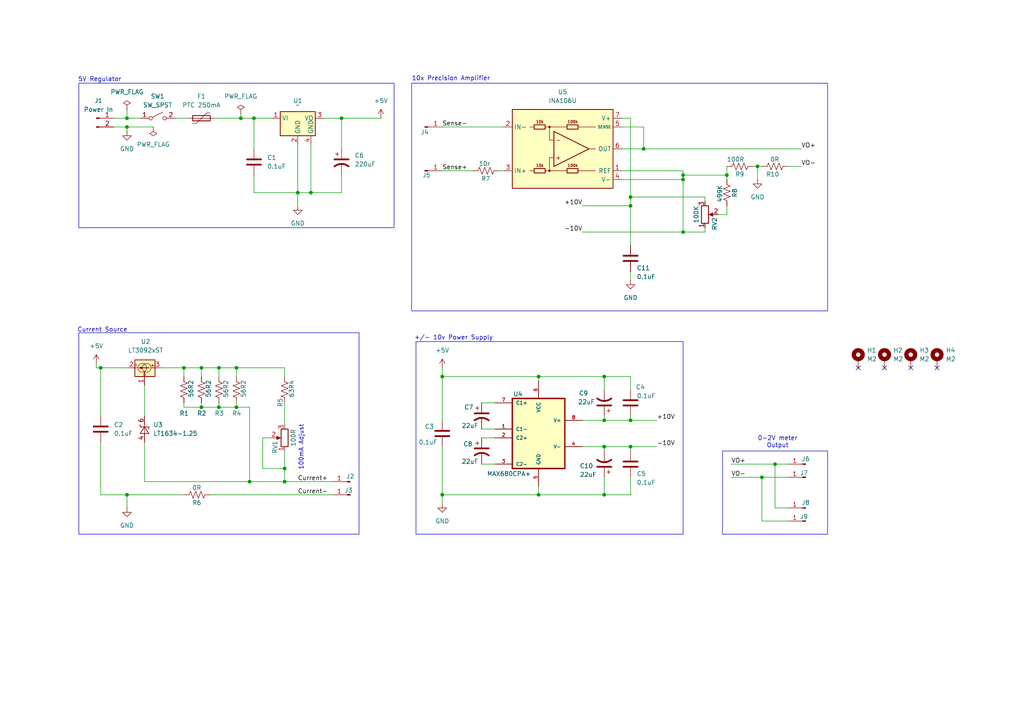
<source format=kicad_sch>
(kicad_sch (version 20231120) (generator "eeschema") (generator_version "8.0")
  (paper "A4")
  (lib_symbols
    (symbol "Connector:Conn_01x01_Pin" (pin_names (offset 1.016) hide)
      (property "Reference" "J" (at 0 2.54 0))
      (property "Value" "Conn_01x01_Pin" (at 0 -2.54 0))
      (symbol "Conn_01x01_Pin_1_1"
        (polyline (pts (xy 1.27 0) (xy 0.8636 0)) (stroke (width 0.1524)))
        (rectangle (start 0.8636 0.127) (end 0 -0.127) (stroke (width 0.1524)) (fill (type outline)))
        (pin passive line (at 5.08 0 180) (length 3.81) (name "Pin_1") (number "1"))
      )
    )
    (symbol "Connector:Conn_01x02_Pin" (pin_names (offset 1.016) hide)
      (property "Reference" "J" (at 0 2.54 0))
      (property "Value" "Conn_01x02_Pin" (at 0 -5.08 0))
      (symbol "Conn_01x02_Pin_1_1"
        (polyline (pts (xy 1.27 -2.54) (xy 0.8636 -2.54)) (stroke (width 0.1524)))
        (polyline (pts (xy 1.27 0) (xy 0.8636 0)) (stroke (width 0.1524)))
        (rectangle (start 0.8636 -2.413) (end 0 -2.667) (stroke (width 0.1524)) (fill (type outline)))
        (rectangle (start 0.8636 0.127) (end 0 -0.127) (stroke (width 0.1524)) (fill (type outline)))
        (pin passive line (at 5.08 0 180) (length 3.81) (name "Pin_1") (number "1"))
        (pin passive line (at 5.08 -2.54 180) (length 3.81) (name "Pin_2") (number "2"))
      )
    )
    (symbol "Custom:LM2940-5"
      (property "Reference" "U1" (at 0 6.35 0))
      (property "Value" "~" (at 0 5.08 0))
      (symbol "LM2940-5_1_1"
        (rectangle (start -5.08 3.175) (end 5.08 -3.81) (stroke (width 0.254)) (fill (type background)))
        (pin power_in line (at -7.62 1.27 0) (length 2.54) (name "VI") (number "1"))
        (pin power_in line (at 0 -6.35 90) (length 2.54) (name "GND") (number "2"))
        (pin power_out line (at 7.62 1.27 180) (length 2.54) (name "VO") (number "3"))
        (pin power_in line (at 3.81 -6.35 90) (length 2.54) (name "GND") (number "4"))
      )
    )
    (symbol "Device:C" (pin_numbers hide) (pin_names (offset 0.254))
      (property "Reference" "C" (at 0.635 2.54 0))
      (property "Value" "C" (at 0.635 -2.54 0))
      (symbol "C_0_1"
        (polyline (pts (xy -2.032 -0.762) (xy 2.032 -0.762)) (stroke (width 0.508)))
        (polyline (pts (xy -2.032 0.762) (xy 2.032 0.762)) (stroke (width 0.508)))
      )
      (symbol "C_1_1"
        (pin passive line (at 0 3.81 270) (length 2.794) (name "~") (number "1"))
        (pin passive line (at 0 -3.81 90) (length 2.794) (name "~") (number "2"))
      )
    )
    (symbol "Device:C_Polarized_US" (pin_numbers hide) (pin_names (offset 0.254) hide)
      (property "Reference" "C" (at 0.635 2.54 0))
      (property "Value" "C_Polarized_US" (at 0.635 -2.54 0))
      (symbol "C_Polarized_US_0_1"
        (polyline (pts (xy -2.032 0.762) (xy 2.032 0.762)) (stroke (width 0.508)))
        (polyline (pts (xy -1.778 2.286) (xy -0.762 2.286)))
        (polyline (pts (xy -1.27 1.778) (xy -1.27 2.794)))
        (arc (start 2.032 -1.27) (mid 0 -0.5572) (end -2.032 -1.27) (stroke (width 0.508)))
      )
      (symbol "C_Polarized_US_1_1"
        (pin passive line (at 0 3.81 270) (length 2.794) (name "~") (number "1"))
        (pin passive line (at 0 -3.81 90) (length 3.302) (name "~") (number "2"))
      )
    )
    (symbol "Device:Polyfuse" (pin_numbers hide) (pin_names (offset 0))
      (property "Reference" "F" (at -2.54 0 90))
      (property "Value" "Polyfuse" (at 2.54 0 90))
      (symbol "Polyfuse_0_1"
        (rectangle (start -0.762 2.54) (end 0.762 -2.54) (stroke (width 0.254)))
        (polyline (pts (xy 0 2.54) (xy 0 -2.54)))
        (polyline (pts (xy -1.524 2.54) (xy -1.524 1.524) (xy 1.524 -1.524) (xy 1.524 -2.54)))
      )
      (symbol "Polyfuse_1_1"
        (pin passive line (at 0 3.81 270) (length 1.27) (name "~") (number "1"))
        (pin passive line (at 0 -3.81 90) (length 1.27) (name "~") (number "2"))
      )
    )
    (symbol "Device:R_Potentiometer" (pin_names (offset 1.016) hide)
      (property "Reference" "RV" (at -4.445 0 90))
      (property "Value" "R_Potentiometer" (at -2.54 0 90))
      (symbol "R_Potentiometer_0_1"
        (polyline (pts (xy 2.54 0) (xy 1.524 0)))
        (polyline (pts (xy 1.143 0) (xy 2.286 0.508) (xy 2.286 -0.508) (xy 1.143 0)) (fill (type outline)))
        (rectangle (start 1.016 2.54) (end -1.016 -2.54) (stroke (width 0.254)))
      )
      (symbol "R_Potentiometer_1_1"
        (pin passive line (at 0 3.81 270) (length 1.27) (name "1") (number "1"))
        (pin passive line (at 3.81 0 180) (length 1.27) (name "2") (number "2"))
        (pin passive line (at 0 -3.81 90) (length 1.27) (name "3") (number "3"))
      )
    )
    (symbol "Device:R_US" (pin_numbers hide) (pin_names (offset 0))
      (property "Reference" "R" (at 2.54 0 90))
      (property "Value" "R_US" (at -2.54 0 90))
      (symbol "R_US_0_1"
        (polyline (pts (xy 0 -2.286) (xy 0 -2.54)))
        (polyline (pts (xy 0 2.286) (xy 0 2.54)))
        (polyline (pts (xy 0 -0.762) (xy 1.016 -1.143) (xy 0 -1.524) (xy -1.016 -1.905) (xy 0 -2.286)))
        (polyline (pts (xy 0 0.762) (xy 1.016 0.381) (xy 0 0) (xy -1.016 -0.381) (xy 0 -0.762)))
        (polyline (pts (xy 0 2.286) (xy 1.016 1.905) (xy 0 1.524) (xy -1.016 1.143) (xy 0 0.762)))
      )
      (symbol "R_US_1_1"
        (pin passive line (at 0 3.81 270) (length 1.27) (name "~") (number "1"))
        (pin passive line (at 0 -3.81 90) (length 1.27) (name "~") (number "2"))
      )
    )
    (symbol "MAX680CPA_:MAX680CPA_" (pin_names (offset 1.016))
      (property "Reference" "U4" (at -12.446 10.16 0))
      (property "Value" "MAX680CPA+" (at -20.066 -12.954 0))
      (symbol "MAX680CPA__0_0"
        (rectangle (start -12.7 8.89) (end 2.54 -11.43) (stroke (width 0.41)) (fill (type background)))
        (pin passive line (at -17.78 0 0) (length 5.08) (name "C1-") (number "1"))
        (pin passive line (at -17.78 -2.54 0) (length 5.08) (name "C2+") (number "2"))
        (pin passive line (at -17.78 -10.16 0) (length 5.08) (name "C2-") (number "3"))
        (pin power_in line (at -5.08 -16.51 90) (length 5.08) (name "GND") (number "5"))
        (pin power_in line (at -5.08 13.97 270) (length 5.08) (name "VCC") (number "6"))
        (pin passive line (at -17.78 7.62 0) (length 5.08) (name "C1+") (number "7"))
      )
      (symbol "MAX680CPA__1_0"
        (pin power_out line (at 7.62 -5.08 180) (length 5.08) (name "V-") (number "4"))
        (pin power_out line (at 7.62 2.54 180) (length 5.08) (name "V+") (number "8"))
      )
    )
    (symbol "Mechanical:MountingHole_Pad" (pin_numbers hide) (pin_names (offset 1.016) hide) (exclude_from_sim yes) (in_bom no)
      (property "Reference" "H" (at 0 6.35 0))
      (property "Value" "MountingHole_Pad" (at 0 4.445 0))
      (symbol "MountingHole_Pad_0_1"
        (circle (center 0 1.27) (radius 1.27) (stroke (width 1.27)))
      )
      (symbol "MountingHole_Pad_1_1"
        (pin input line (at 0 -2.54 90) (length 2.54) (name "1") (number "1"))
      )
    )
    (symbol "PCM_Amplifier_Difference_AKL:INA106U"
      (property "Reference" "U" (at 0 16.51 0))
      (property "Value" "INA106U" (at 0 13.97 0))
      (symbol "INA106U_0_0"
        (rectangle (start -15.24 11.43) (end 13.97 -11.43) (stroke (width 0.254)) (fill (type background)))
        (circle (center -4.445 -6.35) (radius 0.254) (stroke (width 0.1524)) (fill (type outline)))
        (circle (center -4.445 6.35) (radius 0.254) (stroke (width 0.1524)) (fill (type outline)))
        (polyline (pts (xy -8.89 -6.35) (xy -10.16 -6.35)) (stroke (width 0.1524)))
        (polyline (pts (xy -8.89 6.35) (xy -10.16 6.35)) (stroke (width 0.1524)))
        (polyline (pts (xy -4.445 6.35) (xy 0.635 6.35)) (stroke (width 0.1524)))
        (polyline (pts (xy 0.635 -6.35) (xy -4.445 -6.35)) (stroke (width 0.1524)))
        (polyline (pts (xy 3.81 -6.35) (xy 8.89 -6.35)) (stroke (width 0.1524)))
        (polyline (pts (xy 3.81 6.35) (xy 8.89 6.35)) (stroke (width 0.1524)))
        (polyline (pts (xy 8.89 0) (xy 6.985 0)) (stroke (width 0.1524)))
        (polyline (pts (xy -5.715 -6.35) (xy -4.445 -6.35) (xy -4.445 -2.54) (xy -3.175 -2.54)) (stroke (width 0.1524)))
        (polyline (pts (xy -3.175 2.54) (xy -4.445 2.54) (xy -4.445 6.35) (xy -5.715 6.35)) (stroke (width 0.1524)))
        (text "+" (at -1.905 -2.54 0) (effects (font (size 1.27 1.27))))
        (text "-" (at -1.905 2.54 0) (effects (font (size 1.27 1.27))))
        (text "100k" (at 2.286 -4.826 0) (effects (font (size 0.8 0.8))))
        (text "100k" (at 2.286 7.874 0) (effects (font (size 0.8 0.8))))
        (text "10k" (at -7.239 -4.826 0) (effects (font (size 0.8 0.8))))
        (text "10k" (at -7.239 7.874 0) (effects (font (size 0.8 0.8))))
      )
      (symbol "INA106U_0_1"
        (rectangle (start -8.89 -5.715) (end -5.715 -6.985) (stroke (width 0.254)))
        (rectangle (start -8.89 6.985) (end -5.715 5.715) (stroke (width 0.254)))
        (polyline (pts (xy -3.175 5.08) (xy -3.175 -5.08) (xy 6.985 0) (xy -3.175 5.08)) (stroke (width 0.254)))
        (rectangle (start 0.635 -5.715) (end 3.81 -6.985) (stroke (width 0.254)))
        (rectangle (start 0.635 6.985) (end 3.81 5.715) (stroke (width 0.254)))
      )
      (symbol "INA106U_1_1"
        (pin input line (at 16.51 -6.35 180) (length 2.54) (name "REF") (number "1"))
        (pin input line (at -17.78 6.35 0) (length 2.54) (name "IN-") (number "2"))
        (pin input line (at -17.78 -6.35 0) (length 2.54) (name "IN+") (number "3"))
        (pin power_in line (at 16.51 -8.89 180) (length 2.54) (name "V-") (number "4"))
        (pin input line (at 16.51 6.35 180) (length 2.54) (name "SENSE") (number "5"))
        (pin output line (at 16.51 0 180) (length 2.54) (name "OUT") (number "6"))
        (pin power_in line (at 16.51 8.89 180) (length 2.54) (name "V+") (number "7"))
        (pin no_connect line (at -10.16 0 0) (length 2.54) hide (name "NC") (number "8"))
      )
    )
    (symbol "Reference_Current:LT3092xST"
      (property "Reference" "U" (at 0.635 6.35 0))
      (property "Value" "LT3092xST" (at 0.635 4.445 0))
      (symbol "LT3092xST_0_1"
        (rectangle (start -2.286 3.048) (end 2.54 -2.794) (stroke (width 0.254)) (fill (type background)))
        (circle (center 0 -0.635) (radius 1.27))
        (polyline (pts (xy -1.143 -2.413) (xy -0.381 -2.413)))
        (polyline (pts (xy -1.016 2.413) (xy -0.254 2.413)))
        (polyline (pts (xy -0.635 2.794) (xy -0.635 2.032)))
        (polyline (pts (xy 0 -1.905) (xy 0 -3.175)))
        (polyline (pts (xy 0 1.397) (xy 0 -1.397)) (stroke (width 0.254)))
        (polyline (pts (xy 0 3.81) (xy 0 1.905)))
        (polyline (pts (xy 5.08 0) (xy 1.27 0)))
        (polyline (pts (xy 0 -1.397) (xy -0.254 -0.889) (xy 0.254 -0.889) (xy 0 -1.397)) (stroke (width 0.254)))
        (polyline (pts (xy 1.27 0) (xy 2.159 0.254) (xy 2.159 -0.254) (xy 1.27 0)))
        (circle (center 0 0.635) (radius 1.27))
      )
      (symbol "LT3092xST_1_1"
        (pin passive line (at 5.08 0 180) (length 2.54) (name "~") (number "1"))
        (pin passive line (at 0 -5.08 90) (length 2.54) (name "~") (number "2"))
        (pin passive line (at 0 5.08 270) (length 2.54) (name "~") (number "3"))
      )
    )
    (symbol "Reference_Voltage:LT1634xxS8-1.25" (pin_names hide)
      (property "Reference" "U3" (at 1.2701 -2.54 90))
      (property "Value" "LT1634-1.25" (at -1.2699 -2.54 90))
      (symbol "LT1634xxS8-1.25_1_1"
        (polyline (pts (xy -1.27 0) (xy 0 0) (xy 1.27 0)))
        (polyline (pts (xy -1.27 -1.27) (xy 0.635 0) (xy -1.27 1.27) (xy -1.27 -1.27)) (stroke (width 0.2032)))
        (polyline (pts (xy 0 -1.27) (xy 0.635 -1.27) (xy 0.635 1.27) (xy 1.27 1.27)) (stroke (width 0.2032)))
        (pin passive line (at -3.81 0 0) (length 2.54) (name "A") (number "4"))
        (pin passive line (at 3.81 0 180) (length 2.54) (name "K") (number "6"))
      )
    )
    (symbol "Switch:SW_SPST" (pin_names (offset 0) hide)
      (property "Reference" "SW" (at 0 3.175 0))
      (property "Value" "SW_SPST" (at 0 -2.54 0))
      (symbol "SW_SPST_0_0"
        (circle (center -2.032 0) (radius 0.508))
        (polyline (pts (xy -1.524 0.254) (xy 1.524 1.778)))
        (circle (center 2.032 0) (radius 0.508))
      )
      (symbol "SW_SPST_1_1"
        (pin passive line (at -5.08 0 0) (length 2.54) (name "A") (number "1"))
        (pin passive line (at 5.08 0 180) (length 2.54) (name "B") (number "2"))
      )
    )
    (symbol "power:+5V" (power) (pin_numbers hide) (pin_names (offset 0) hide)
      (property "Value" "+5V" (at 0 3.556 0))
      (symbol "+5V_0_1"
        (polyline (pts (xy -0.762 1.27) (xy 0 2.54)))
        (polyline (pts (xy 0 0) (xy 0 2.54)))
        (polyline (pts (xy 0 2.54) (xy 0.762 1.27)))
      )
      (symbol "+5V_1_1"
        (pin power_in line (at 0 0 90) (length 0) (name "~") (number "1"))
      )
    )
    (symbol "power:GND" (power) (pin_numbers hide) (pin_names (offset 0) hide)
      (property "Value" "GND" (at 0 -3.81 0))
      (symbol "GND_0_1"
        (polyline (pts (xy 0 0) (xy 0 -1.27) (xy 1.27 -1.27) (xy 0 -2.54) (xy -1.27 -1.27) (xy 0 -1.27)))
      )
      (symbol "GND_1_1"
        (pin power_in line (at 0 0 270) (length 0) (name "~") (number "1"))
      )
    )
    (symbol "power:PWR_FLAG" (power) (pin_numbers hide) (pin_names (offset 0) hide)
      (property "Value" "PWR_FLAG" (at 0 3.81 0))
      (symbol "PWR_FLAG_0_0"
        (pin power_out line (at 0 0 90) (length 0) (name "~") (number "1"))
      )
      (symbol "PWR_FLAG_0_1"
        (polyline (pts (xy 0 0) (xy 0 1.27) (xy -1.016 1.905) (xy 0 2.54) (xy 1.016 1.905) (xy 0 1.27)))
      )
    )
  )
  (junction (at 210.82 50.8))
  (junction (at 182.88 121.92))
  (junction (at 156.21 143.51))
  (junction (at 82.55 139.7))
  (junction (at 63.5 118.11))
  (junction (at 68.58 106.68))
  (junction (at 220.98 138.43))
  (junction (at 90.17 55.88))
  (junction (at 224.79 134.62))
  (junction (at 73.66 34.29))
  (junction (at 63.5 106.68))
  (junction (at 58.42 118.11))
  (junction (at 175.26 143.51))
  (junction (at 128.27 109.22))
  (junction (at 198.12 67.31))
  (junction (at 156.21 109.22))
  (junction (at 182.88 57.15))
  (junction (at 82.55 135.89))
  (junction (at 128.27 143.51))
  (junction (at 86.36 55.88))
  (junction (at 198.12 52.07))
  (junction (at 68.58 118.11))
  (junction (at 72.39 139.7))
  (junction (at 182.88 129.54))
  (junction (at 53.34 106.68))
  (junction (at 175.26 109.22))
  (junction (at 36.83 34.29))
  (junction (at 58.42 106.68))
  (junction (at 198.12 50.8))
  (junction (at 175.26 129.54))
  (junction (at 182.88 59.69))
  (junction (at 36.83 36.83))
  (junction (at 29.21 106.68))
  (junction (at 36.83 143.51))
  (junction (at 186.69 43.18))
  (junction (at 99.06 34.29))
  (junction (at 175.26 121.92))
  (junction (at 219.71 48.26))
  (junction (at 69.85 34.29))
  (no_connect (at 256.54 106.68))
  (no_connect (at 264.16 106.68))
  (no_connect (at 271.78 106.68))
  (no_connect (at 248.92 106.68))
  (wire (pts (xy 68.58 106.68) (xy 63.5 106.68)))
  (wire (pts (xy 182.88 34.29) (xy 182.88 57.15)))
  (wire (pts (xy 90.17 55.88) (xy 86.36 55.88)))
  (wire (pts (xy 175.26 129.54) (xy 182.88 129.54)))
  (wire (pts (xy 73.66 43.18) (xy 73.66 34.29)))
  (wire (pts (xy 72.39 118.11) (xy 72.39 139.7)))
  (wire (pts (xy 29.21 106.68) (xy 36.83 106.68)))
  (wire (pts (xy 204.47 66.04) (xy 204.47 67.31)))
  (wire (pts (xy 156.21 109.22) (xy 175.26 109.22)))
  (wire (pts (xy 73.66 34.29) (xy 78.74 34.29)))
  (wire (pts (xy 180.34 43.18) (xy 186.69 43.18)))
  (wire (pts (xy 219.71 48.26) (xy 218.44 48.26)))
  (wire (pts (xy 182.88 113.03) (xy 182.88 109.22)))
  (wire (pts (xy 128.27 109.22) (xy 128.27 121.92)))
  (wire (pts (xy 76.2 127) (xy 76.2 135.89)))
  (wire (pts (xy 82.55 139.7) (xy 96.52 139.7)))
  (wire (pts (xy 76.2 135.89) (xy 82.55 135.89)))
  (wire (pts (xy 63.5 116.84) (xy 63.5 118.11)))
  (wire (pts (xy 58.42 106.68) (xy 53.34 106.68)))
  (wire (pts (xy 175.26 121.92) (xy 182.88 121.92)))
  (wire (pts (xy 99.06 34.29) (xy 99.06 43.18)))
  (wire (pts (xy 180.34 36.83) (xy 186.69 36.83)))
  (wire (pts (xy 29.21 106.68) (xy 29.21 120.65)))
  (wire (pts (xy 53.34 116.84) (xy 53.34 118.11)))
  (wire (pts (xy 210.82 50.8) (xy 198.12 50.8)))
  (wire (pts (xy 168.91 129.54) (xy 175.26 129.54)))
  (wire (pts (xy 82.55 109.22) (xy 82.55 106.68)))
  (wire (pts (xy 156.21 143.51) (xy 175.26 143.51)))
  (wire (pts (xy 182.88 138.43) (xy 182.88 143.51)))
  (wire (pts (xy 182.88 120.65) (xy 182.88 121.92)))
  (wire (pts (xy 175.26 138.43) (xy 175.26 143.51)))
  (wire (pts (xy 198.12 49.53) (xy 198.12 50.8)))
  (wire (pts (xy 63.5 109.22) (xy 63.5 106.68)))
  (wire (pts (xy 182.88 121.92) (xy 190.5 121.92)))
  (wire (pts (xy 182.88 78.74) (xy 182.88 81.28)))
  (wire (pts (xy 186.69 43.18) (xy 232.41 43.18)))
  (wire (pts (xy 175.26 129.54) (xy 175.26 130.81)))
  (wire (pts (xy 63.5 106.68) (xy 58.42 106.68)))
  (wire (pts (xy 33.02 34.29) (xy 36.83 34.29)))
  (wire (pts (xy 219.71 52.07) (xy 219.71 48.26)))
  (wire (pts (xy 212.09 138.43) (xy 220.98 138.43)))
  (wire (pts (xy 53.34 118.11) (xy 58.42 118.11)))
  (wire (pts (xy 41.91 128.27) (xy 41.91 139.7)))
  (wire (pts (xy 139.7 127) (xy 143.51 127)))
  (wire (pts (xy 182.88 109.22) (xy 175.26 109.22)))
  (wire (pts (xy 27.94 105.41) (xy 27.94 106.68)))
  (wire (pts (xy 46.99 106.68) (xy 53.34 106.68)))
  (wire (pts (xy 210.82 62.23) (xy 208.28 62.23)))
  (wire (pts (xy 50.8 34.29) (xy 54.61 34.29)))
  (wire (pts (xy 86.36 55.88) (xy 73.66 55.88)))
  (wire (pts (xy 68.58 118.11) (xy 72.39 118.11)))
  (wire (pts (xy 228.6 147.32) (xy 224.79 147.32)))
  (wire (pts (xy 219.71 48.26) (xy 220.98 48.26)))
  (wire (pts (xy 82.55 135.89) (xy 82.55 130.81)))
  (wire (pts (xy 175.26 109.22) (xy 175.26 113.03)))
  (wire (pts (xy 86.36 55.88) (xy 86.36 59.69)))
  (wire (pts (xy 139.7 134.62) (xy 143.51 134.62)))
  (wire (pts (xy 82.55 135.89) (xy 82.55 139.7)))
  (wire (pts (xy 72.39 139.7) (xy 82.55 139.7)))
  (wire (pts (xy 41.91 139.7) (xy 72.39 139.7)))
  (wire (pts (xy 58.42 116.84) (xy 58.42 118.11)))
  (wire (pts (xy 224.79 134.62) (xy 228.6 134.62)))
  (wire (pts (xy 69.85 33.02) (xy 69.85 34.29)))
  (wire (pts (xy 99.06 50.8) (xy 99.06 55.88)))
  (wire (pts (xy 180.34 34.29) (xy 182.88 34.29)))
  (wire (pts (xy 99.06 55.88) (xy 90.17 55.88)))
  (wire (pts (xy 36.83 36.83) (xy 36.83 38.1)))
  (wire (pts (xy 180.34 49.53) (xy 198.12 49.53)))
  (wire (pts (xy 78.74 127) (xy 76.2 127)))
  (wire (pts (xy 99.06 34.29) (xy 110.49 34.29)))
  (wire (pts (xy 29.21 128.27) (xy 29.21 143.51)))
  (wire (pts (xy 182.88 129.54) (xy 182.88 130.81)))
  (wire (pts (xy 86.36 41.91) (xy 86.36 55.88)))
  (wire (pts (xy 62.23 34.29) (xy 69.85 34.29)))
  (wire (pts (xy 69.85 34.29) (xy 73.66 34.29)))
  (wire (pts (xy 204.47 58.42) (xy 204.47 57.15)))
  (wire (pts (xy 210.82 48.26) (xy 210.82 50.8)))
  (wire (pts (xy 228.6 48.26) (xy 232.41 48.26)))
  (wire (pts (xy 36.83 143.51) (xy 53.34 143.51)))
  (wire (pts (xy 139.7 116.84) (xy 143.51 116.84)))
  (wire (pts (xy 204.47 57.15) (xy 182.88 57.15)))
  (wire (pts (xy 156.21 109.22) (xy 156.21 110.49)))
  (wire (pts (xy 198.12 50.8) (xy 198.12 52.07)))
  (wire (pts (xy 27.94 106.68) (xy 29.21 106.68)))
  (wire (pts (xy 60.96 143.51) (xy 96.52 143.51)))
  (wire (pts (xy 128.27 129.54) (xy 128.27 143.51)))
  (wire (pts (xy 68.58 109.22) (xy 68.58 106.68)))
  (wire (pts (xy 210.82 59.69) (xy 210.82 62.23)))
  (wire (pts (xy 68.58 116.84) (xy 68.58 118.11)))
  (wire (pts (xy 33.02 36.83) (xy 36.83 36.83)))
  (wire (pts (xy 198.12 67.31) (xy 204.47 67.31)))
  (wire (pts (xy 128.27 109.22) (xy 156.21 109.22)))
  (wire (pts (xy 93.98 34.29) (xy 99.06 34.29)))
  (wire (pts (xy 220.98 151.13) (xy 220.98 138.43)))
  (wire (pts (xy 139.7 124.46) (xy 143.51 124.46)))
  (wire (pts (xy 212.09 134.62) (xy 224.79 134.62)))
  (wire (pts (xy 36.83 36.83) (xy 44.45 36.83)))
  (wire (pts (xy 128.27 49.53) (xy 137.16 49.53)))
  (wire (pts (xy 182.88 143.51) (xy 175.26 143.51)))
  (wire (pts (xy 29.21 143.51) (xy 36.83 143.51)))
  (wire (pts (xy 182.88 57.15) (xy 182.88 59.69)))
  (wire (pts (xy 182.88 129.54) (xy 190.5 129.54)))
  (wire (pts (xy 210.82 52.07) (xy 210.82 50.8)))
  (wire (pts (xy 58.42 109.22) (xy 58.42 106.68)))
  (wire (pts (xy 182.88 59.69) (xy 182.88 71.12)))
  (wire (pts (xy 224.79 147.32) (xy 224.79 134.62)))
  (wire (pts (xy 36.83 147.32) (xy 36.83 143.51)))
  (wire (pts (xy 156.21 140.97) (xy 156.21 143.51)))
  (wire (pts (xy 68.58 106.68) (xy 82.55 106.68)))
  (wire (pts (xy 168.91 59.69) (xy 182.88 59.69)))
  (wire (pts (xy 63.5 118.11) (xy 68.58 118.11)))
  (wire (pts (xy 128.27 36.83) (xy 146.05 36.83)))
  (wire (pts (xy 90.17 41.91) (xy 90.17 55.88)))
  (wire (pts (xy 128.27 106.68) (xy 128.27 109.22)))
  (wire (pts (xy 41.91 111.76) (xy 41.91 120.65)))
  (wire (pts (xy 168.91 67.31) (xy 198.12 67.31)))
  (wire (pts (xy 168.91 121.92) (xy 175.26 121.92)))
  (wire (pts (xy 73.66 55.88) (xy 73.66 50.8)))
  (wire (pts (xy 53.34 106.68) (xy 53.34 109.22)))
  (wire (pts (xy 82.55 116.84) (xy 82.55 123.19)))
  (wire (pts (xy 144.78 49.53) (xy 146.05 49.53)))
  (wire (pts (xy 180.34 52.07) (xy 198.12 52.07)))
  (wire (pts (xy 198.12 52.07) (xy 198.12 67.31)))
  (wire (pts (xy 128.27 146.05) (xy 128.27 143.51)))
  (wire (pts (xy 175.26 120.65) (xy 175.26 121.92)))
  (wire (pts (xy 220.98 138.43) (xy 228.6 138.43)))
  (wire (pts (xy 186.69 36.83) (xy 186.69 43.18)))
  (wire (pts (xy 58.42 118.11) (xy 63.5 118.11)))
  (wire (pts (xy 36.83 34.29) (xy 40.64 34.29)))
  (wire (pts (xy 228.6 151.13) (xy 220.98 151.13)))
  (wire (pts (xy 128.27 143.51) (xy 156.21 143.51)))
  (wire (pts (xy 36.83 31.75) (xy 36.83 34.29)))
  (rectangle (start 119.38 24.13) (end 240.03 90.17))
  (rectangle (start 120.65 99.06) (end 198.12 154.94))
  (rectangle (start 209.55 130.81) (end 240.03 154.94))
  (rectangle (start 22.86 24.13) (end 114.3 66.04))
  (rectangle (start 22.86 96.52) (end 104.14 154.94))
  (text "0-2V meter\nOutput\n" (at 225.552 128.27 0) (effects (font (size 1.27 1.27))))
  (text "100mA Adjust\n" (at 87.376 129.794 90) (effects (font (size 1.27 1.27))))
  (text "Current Source" (at 29.718 95.758 0) (effects (font (size 1.27 1.27))))
  (text "10x Precision Amplifier" (at 130.81 22.86 0) (effects (font (size 1.27 1.27))))
  (text "+/- 10v Power Supply\n" (at 131.572 98.044 0) (effects (font (size 1.27 1.27))))
  (text "5V Regulator" (at 28.956 23.114 0) (effects (font (size 1.27 1.27))))
  (label "-10V" (at 190.5 129.54 0))
  (label "Sense+" (at 128.27 49.53 0))
  (label "Current-" (at 86.36 143.51 0))
  (label "VO+" (at 232.41 43.18 0))
  (label "Current+" (at 86.36 139.7 0))
  (label "+10V" (at 190.5 121.92 0))
  (label "Sense-" (at 128.27 36.83 0))
  (label "VO-" (at 212.09 138.43 0))
  (label "-10V" (at 168.91 67.31 180))
  (label "+10V" (at 168.91 59.69 180))
  (label "VO+" (at 212.09 134.62 0))
  (label "VO-" (at 232.41 48.26 0))
  (symbol (lib_id "Device:R_US") (at 58.42 113.03 0) (unit 1)
    (property "Reference" "R2" (at 57.15 119.888 0) (effects (justify left)))
    (property "Value" "56R2" (at 60.452 115.316 90) (effects (justify left)))
    (property "Footprint" "PCM_Resistor_SMD_AKL:R_1206_3216Metric_Pad1.42x1.75mm_HandSolder" (effects (hide yes)))
    (property "Description" "Resistor, US symbol" (effects (hide yes)))
  )
  (symbol (lib_id "power:PWR_FLAG") (at 69.85 33.02 0) (unit 1)
    (property "Reference" "#FLG02" (effects (hide yes)))
    (property "Value" "PWR_FLAG" (at 69.85 27.94 0))
    (property "Description" "Special symbol for telling ERC where power comes from" (effects (hide yes)))
  )
  (symbol (lib_id "Connector:Conn_01x01_Pin") (at 101.6 143.51 180) (unit 1)
    (property "Reference" "J3" (at 101.092 142.24 0))
    (property "Value" "Conn_01x01_Pin" (effects (hide yes)))
    (property "Footprint" "Connector_Wire:SolderWire-0.5sqmm_1x01_D0.9mm_OD2.1mm" (effects (hide yes)))
    (property "Description" "Generic connector, single row, 01x01, script generated" (effects (hide yes)))
  )
  (symbol (lib_id "Device:C") (at 128.27 125.73 180) (unit 1)
    (property "Reference" "C3" (at 123.19 123.698 0) (effects (justify right)))
    (property "Value" "0.1uF" (at 121.412 128.27 0) (effects (justify right)))
    (property "Footprint" "Capacitor_SMD:C_1206_3216Metric_Pad1.33x1.80mm_HandSolder" (effects (hide yes)))
    (property "Description" "Unpolarized capacitor" (effects (hide yes)))
  )
  (symbol (lib_id "power:GND") (at 36.83 147.32 0) (unit 1)
    (property "Reference" "#PWR04" (effects (hide yes)))
    (property "Value" "GND" (at 36.83 152.4 0))
    (property "Description" "Power symbol creates a global label with name \"GND\" , ground" (effects (hide yes)))
  )
  (symbol (lib_id "Connector:Conn_01x01_Pin") (at 233.68 151.13 180) (unit 1)
    (property "Reference" "J9" (at 233.172 149.86 0))
    (property "Value" "Conn_01x01_Pin" (effects (hide yes)))
    (property "Footprint" "Connector_Wire:SolderWire-0.5sqmm_1x01_D0.9mm_OD2.1mm" (effects (hide yes)))
    (property "Description" "Generic connector, single row, 01x01, script generated" (effects (hide yes)))
  )
  (symbol (lib_id "Device:C") (at 182.88 116.84 0) (unit 1)
    (property "Reference" "C4" (at 184.404 112.268 0) (effects (justify left)))
    (property "Value" "0.1uF" (at 184.658 114.808 0) (effects (justify left)))
    (property "Footprint" "Capacitor_SMD:C_1206_3216Metric_Pad1.33x1.80mm_HandSolder" (effects (hide yes)))
    (property "Description" "Unpolarized capacitor" (effects (hide yes)))
  )
  (symbol (lib_id "Connector:Conn_01x01_Pin") (at 233.68 134.62 180) (unit 1)
    (property "Reference" "J6" (at 233.68 133.096 0))
    (property "Value" "Conn_01x01_Pin" (effects (hide yes)))
    (property "Footprint" "Connector_Wire:SolderWire-0.5sqmm_1x01_D0.9mm_OD2.1mm" (effects (hide yes)))
    (property "Description" "Generic connector, single row, 01x01, script generated" (effects (hide yes)))
  )
  (symbol (lib_id "Device:C") (at 29.21 124.46 0) (unit 1)
    (property "Reference" "C2" (at 33.02 123.1899 0) (effects (justify left)))
    (property "Value" "0.1uF" (at 33.02 125.7299 0) (effects (justify left)))
    (property "Footprint" "Capacitor_SMD:C_1206_3216Metric_Pad1.33x1.80mm_HandSolder" (effects (hide yes)))
    (property "Description" "Unpolarized capacitor" (effects (hide yes)))
  )
  (symbol (lib_id "Custom:LM2940-5") (at 86.36 35.56 0) (unit 1)
    (property "Reference" "U1" (at 86.36 29.21 0))
    (property "Value" "~" (at 86.36 30.48 0))
    (property "Footprint" "Package_TO_SOT_SMD:SOT-223" (effects (hide yes)))
  )
  (symbol (lib_id "Device:C_Polarized_US") (at 175.26 116.84 180) (unit 1)
    (property "Reference" "C9" (at 167.894 114.046 0) (effects (justify right)))
    (property "Value" "22uF" (at 167.64 116.586 0) (effects (justify right)))
    (property "Footprint" "Capacitor_THT:CP_Radial_Tantal_D5.5mm_P2.50mm" (effects (hide yes)))
    (property "Description" "Polarized capacitor, US symbol" (effects (hide yes)))
  )
  (symbol (lib_id "Device:R_US") (at 63.5 113.03 0) (unit 1)
    (property "Reference" "R3" (at 62.23 119.888 0) (effects (justify left)))
    (property "Value" "56R2" (at 65.532 115.316 90) (effects (justify left)))
    (property "Footprint" "PCM_Resistor_SMD_AKL:R_1206_3216Metric_Pad1.42x1.75mm_HandSolder" (effects (hide yes)))
    (property "Description" "Resistor, US symbol" (effects (hide yes)))
  )
  (symbol (lib_id "Mechanical:MountingHole_Pad") (at 264.16 104.14 0) (unit 1) (exclude_from_sim yes) (in_bom no)
    (property "Reference" "H3" (at 266.7 101.5999 0) (effects (justify left)))
    (property "Value" "M2" (at 266.7 104.1399 0) (effects (justify left)))
    (property "Footprint" "MountingHole:MountingHole_2.2mm_M2_Pad_Via" (effects (hide yes)))
    (property "Description" "Mounting Hole with connection" (effects (hide yes)))
  )
  (symbol (lib_id "MAX680CPA_:MAX680CPA_") (at 161.29 124.46 0) (unit 1)
    (property "Reference" "U4" (at 148.844 114.3 0) (effects (justify left)))
    (property "Value" "MAX680CPA+" (at 141.224 137.414 0) (effects (justify left)))
    (property "Footprint" "Package_SO:SOIC-8_3.9x4.9mm_P1.27mm" (effects (hide yes)))
  )
  (symbol (lib_id "Device:R_US") (at 210.82 55.88 180) (unit 1)
    (property "Reference" "R8" (at 213.106 54.61 90) (effects (justify left)))
    (property "Value" "499K" (at 208.788 53.594 90) (effects (justify left)))
    (property "Footprint" "PCM_Resistor_SMD_AKL:R_1206_3216Metric_Pad1.42x1.75mm_HandSolder" (effects (hide yes)))
    (property "Description" "Resistor, US symbol" (effects (hide yes)))
  )
  (symbol (lib_id "Reference_Voltage:LT1634xxS8-1.25") (at 41.91 124.46 90) (unit 1)
    (property "Reference" "U3" (at 44.45 123.1899 90) (effects (justify right)))
    (property "Value" "LT1634-1.25" (at 44.45 125.7299 90) (effects (justify right)))
    (property "Footprint" "Package_SO:SO-8_3.9x4.9mm_P1.27mm" (effects (hide yes)))
    (property "Datasheet" "https://www.analog.com/media/en/technical-documentation/data-sheets/1634ff.pdf" (effects (hide yes)))
    (property "Description" "1.25V Micropower Precision Shunt Voltage Reference, SO-8" (effects (hide yes)))
  )
  (symbol (lib_id "Device:R_US") (at 82.55 113.03 0) (unit 1)
    (property "Reference" "R5" (at 81.28 118.11 90) (effects (justify left)))
    (property "Value" "63R4" (at 84.582 115.316 90) (effects (justify left)))
    (property "Footprint" "PCM_Resistor_SMD_AKL:R_1206_3216Metric_Pad1.42x1.75mm_HandSolder" (effects (hide yes)))
    (property "Description" "Resistor, US symbol" (effects (hide yes)))
  )
  (symbol (lib_id "Device:R_US") (at 53.34 113.03 0) (unit 1)
    (property "Reference" "R1" (at 52.07 119.888 0) (effects (justify left)))
    (property "Value" "56R2" (at 55.372 115.316 90) (effects (justify left)))
    (property "Footprint" "PCM_Resistor_SMD_AKL:R_1206_3216Metric_Pad1.42x1.75mm_HandSolder" (effects (hide yes)))
    (property "Description" "Resistor, US symbol" (effects (hide yes)))
  )
  (symbol (lib_id "power:GND") (at 86.36 59.69 0) (unit 1)
    (property "Reference" "#PWR02" (effects (hide yes)))
    (property "Value" "GND" (at 86.36 64.77 0))
    (property "Description" "Power symbol creates a global label with name \"GND\" , ground" (effects (hide yes)))
  )
  (symbol (lib_id "Device:R_US") (at 140.97 49.53 90) (unit 1)
    (property "Reference" "R7" (at 142.24 51.816 90) (effects (justify left)))
    (property "Value" "10r" (at 142.24 47.498 90) (effects (justify left)))
    (property "Footprint" "PCM_Resistor_SMD_AKL:R_1206_3216Metric_Pad1.42x1.75mm_HandSolder" (effects (hide yes)))
    (property "Description" "Resistor, US symbol" (effects (hide yes)))
  )
  (symbol (lib_id "Reference_Current:LT3092xST") (at 41.91 106.68 270) (unit 1)
    (property "Reference" "U2" (at 42.2275 99.06 90))
    (property "Value" "LT3092xST" (at 42.2275 101.6 90))
    (property "Footprint" "Package_TO_SOT_SMD:SOT-223-3_TabPin2" (effects (hide yes)))
    (property "Datasheet" "https://www.analog.com/media/en/technical-documentation/data-sheets/3092fc.pdf" (effects (hide yes)))
    (property "Description" "200mA 2-Terminal Programmable Current Source, SOT-223" (effects (hide yes)))
  )
  (symbol (lib_id "Mechanical:MountingHole_Pad") (at 248.92 104.14 0) (unit 1) (exclude_from_sim yes) (in_bom no)
    (property "Reference" "H1" (at 251.46 101.5999 0) (effects (justify left)))
    (property "Value" "M2" (at 251.46 104.1399 0) (effects (justify left)))
    (property "Footprint" "MountingHole:MountingHole_2.2mm_M2_Pad_Via" (effects (hide yes)))
    (property "Description" "Mounting Hole with connection" (effects (hide yes)))
  )
  (symbol (lib_id "power:GND") (at 182.88 81.28 0) (unit 1)
    (property "Reference" "#PWR08" (effects (hide yes)))
    (property "Value" "GND" (at 182.88 86.36 0))
    (property "Description" "Power symbol creates a global label with name \"GND\" , ground" (effects (hide yes)))
  )
  (symbol (lib_id "Device:R_US") (at 224.79 48.26 90) (unit 1)
    (property "Reference" "R10" (at 226.06 50.546 90) (effects (justify left)))
    (property "Value" "0R" (at 226.06 46.228 90) (effects (justify left)))
    (property "Footprint" "PCM_Resistor_SMD_AKL:R_1206_3216Metric_Pad1.42x1.75mm_HandSolder" (effects (hide yes)))
    (property "Description" "Resistor, US symbol" (effects (hide yes)))
  )
  (symbol (lib_id "Device:R_US") (at 214.63 48.26 90) (unit 1)
    (property "Reference" "R9" (at 215.9 50.546 90) (effects (justify left)))
    (property "Value" "100R" (at 215.9 46.228 90) (effects (justify left)))
    (property "Footprint" "PCM_Resistor_SMD_AKL:R_1206_3216Metric_Pad1.42x1.75mm_HandSolder" (effects (hide yes)))
    (property "Description" "Resistor, US symbol" (effects (hide yes)))
  )
  (symbol (lib_id "Connector:Conn_01x02_Pin") (at 27.94 34.29 0) (unit 1)
    (property "Reference" "J1" (at 28.575 29.21 0))
    (property "Value" "Power In" (at 28.575 31.75 0))
    (property "Footprint" "Connector_Wire:SolderWire-0.5sqmm_1x02_P4.6mm_D0.9mm_OD2.1mm" (effects (hide yes)))
    (property "Description" "Generic connector, single row, 01x02, script generated" (effects (hide yes)))
  )
  (symbol (lib_id "power:+5V") (at 110.49 34.29 0) (unit 1)
    (property "Reference" "#PWR03" (effects (hide yes)))
    (property "Value" "+5V" (at 110.49 29.21 0))
    (property "Description" "Power symbol creates a global label with name \"+5V\"" (effects (hide yes)))
  )
  (symbol (lib_id "Device:R_Potentiometer") (at 204.47 62.23 0) (mirror x) (unit 1)
    (property "Reference" "RV2" (at 207.264 66.802 90) (effects (justify right)))
    (property "Value" "100K" (at 201.93 64.77 90) (effects (justify right)))
    (property "Footprint" "PCM_Potentiometer_THT_AKL:Potentiometer_Bourns_3296W_Vertical" (effects (hide yes)))
    (property "Description" "Potentiometer" (effects (hide yes)))
  )
  (symbol (lib_id "Mechanical:MountingHole_Pad") (at 271.78 104.14 0) (unit 1) (exclude_from_sim yes) (in_bom no)
    (property "Reference" "H4" (at 274.32 101.5999 0) (effects (justify left)))
    (property "Value" "M2" (at 274.32 104.1399 0) (effects (justify left)))
    (property "Footprint" "MountingHole:MountingHole_2.2mm_M2_Pad_Via" (effects (hide yes)))
    (property "Description" "Mounting Hole with connection" (effects (hide yes)))
  )
  (symbol (lib_id "Device:R_Potentiometer") (at 82.55 127 180) (unit 1)
    (property "Reference" "RV1" (at 79.756 131.572 90) (effects (justify right)))
    (property "Value" "100R" (at 85.09 129.54 90) (effects (justify right)))
    (property "Footprint" "PCM_Potentiometer_THT_AKL:Potentiometer_Bourns_3296W_Vertical" (effects (hide yes)))
    (property "Description" "Potentiometer" (effects (hide yes)))
  )
  (symbol (lib_id "Device:C_Polarized_US") (at 139.7 130.81 0) (unit 1)
    (property "Reference" "C8" (at 134.366 128.778 0) (effects (justify left)))
    (property "Value" "22uF" (at 133.858 133.858 0) (effects (justify left)))
    (property "Footprint" "Capacitor_THT:CP_Radial_Tantal_D5.5mm_P2.50mm" (effects (hide yes)))
    (property "Description" "Polarized capacitor, US symbol" (effects (hide yes)))
  )
  (symbol (lib_id "Device:C_Polarized_US") (at 139.7 120.65 0) (unit 1)
    (property "Reference" "C7" (at 134.62 118.11 0) (effects (justify left)))
    (property "Value" "22uF" (at 133.858 123.444 0) (effects (justify left)))
    (property "Footprint" "Capacitor_THT:CP_Radial_Tantal_D5.5mm_P2.50mm" (effects (hide yes)))
    (property "Description" "Polarized capacitor, US symbol" (effects (hide yes)))
  )
  (symbol (lib_id "Connector:Conn_01x01_Pin") (at 101.6 139.7 180) (unit 1)
    (property "Reference" "J2" (at 101.6 138.176 0))
    (property "Value" "Conn_01x01_Pin" (effects (hide yes)))
    (property "Footprint" "Connector_Wire:SolderWire-0.5sqmm_1x01_D0.9mm_OD2.1mm" (effects (hide yes)))
    (property "Description" "Generic connector, single row, 01x01, script generated" (effects (hide yes)))
  )
  (symbol (lib_id "power:GND") (at 219.71 52.07 0) (unit 1)
    (property "Reference" "#PWR09" (effects (hide yes)))
    (property "Value" "GND" (at 219.71 57.15 0))
    (property "Description" "Power symbol creates a global label with name \"GND\" , ground" (effects (hide yes)))
  )
  (symbol (lib_id "Connector:Conn_01x01_Pin") (at 233.68 147.32 180) (unit 1)
    (property "Reference" "J8" (at 233.68 145.796 0))
    (property "Value" "Conn_01x01_Pin" (effects (hide yes)))
    (property "Footprint" "Connector_Wire:SolderWire-0.5sqmm_1x01_D0.9mm_OD2.1mm" (effects (hide yes)))
    (property "Description" "Generic connector, single row, 01x01, script generated" (effects (hide yes)))
  )
  (symbol (lib_id "Connector:Conn_01x01_Pin") (at 123.19 49.53 0) (unit 1)
    (property "Reference" "J5" (at 123.698 50.8 0))
    (property "Value" "Conn_01x01_Pin" (effects (hide yes)))
    (property "Footprint" "Connector_Wire:SolderWire-0.5sqmm_1x01_D0.9mm_OD2.1mm" (effects (hide yes)))
    (property "Description" "Generic connector, single row, 01x01, script generated" (effects (hide yes)))
  )
  (symbol (lib_id "power:PWR_FLAG") (at 44.45 36.83 180) (unit 1)
    (property "Reference" "#FLG03" (effects (hide yes)))
    (property "Value" "PWR_FLAG" (at 44.45 41.91 0))
    (property "Description" "Special symbol for telling ERC where power comes from" (effects (hide yes)))
  )
  (symbol (lib_id "power:GND") (at 128.27 146.05 0) (unit 1)
    (property "Reference" "#PWR07" (effects (hide yes)))
    (property "Value" "GND" (at 128.27 151.13 0))
    (property "Description" "Power symbol creates a global label with name \"GND\" , ground" (effects (hide yes)))
  )
  (symbol (lib_id "Device:Polyfuse") (at 58.42 34.29 90) (unit 1)
    (property "Reference" "F1" (at 58.42 27.94 90))
    (property "Value" "PTC 250mA" (at 58.42 30.48 90))
    (property "Footprint" "Capacitor_THT:C_Disc_D7.5mm_W2.5mm_P5.00mm" (effects (hide yes)))
    (property "Description" "Resettable fuse, polymeric positive temperature coefficient" (effects (hide yes)))
  )
  (symbol (lib_id "Device:C") (at 73.66 46.99 0) (unit 1)
    (property "Reference" "C1" (at 77.47 45.7199 0) (effects (justify left)))
    (property "Value" "0.1uF" (at 77.47 48.2599 0) (effects (justify left)))
    (property "Footprint" "Capacitor_SMD:C_1206_3216Metric_Pad1.33x1.80mm_HandSolder" (effects (hide yes)))
    (property "Description" "Unpolarized capacitor" (effects (hide yes)))
  )
  (symbol (lib_id "Switch:SW_SPST") (at 45.72 34.29 0) (unit 1)
    (property "Reference" "SW1" (at 45.72 27.94 0))
    (property "Value" "SW_SPST" (at 45.72 30.48 0))
    (property "Footprint" "Connector_Wire:SolderWire-0.75sqmm_1x02_P7mm_D1.25mm_OD3.5mm" (effects (hide yes)))
    (property "Description" "Single Pole Single Throw (SPST) switch" (effects (hide yes)))
  )
  (symbol (lib_id "PCM_Amplifier_Difference_AKL:INA106U") (at 163.83 43.18 0) (unit 1)
    (property "Reference" "U5" (at 163.195 26.67 0))
    (property "Value" "INA106U" (at 163.195 29.21 0))
    (property "Footprint" "PCM_Package_SO_AKL:SO-8_3.9x4.9mm_P1.27mm" (effects (hide yes)))
    (property "Datasheet" "https://www.ti.com/lit/ds/symlink/ina106.pdf?ts=1630663606473&ref_url=https%253A%252F%252Fwww.google.com%252F" (effects (hide yes)))
    (property "Description" "SO-8 Precision Difference Amplifier, 200μV Offset, 0.2μV/°C Drift, 5MHz Bandwidth, Alternate KiCad Library" (effects (hide yes)))
  )
  (symbol (lib_id "Device:C") (at 182.88 74.93 0) (unit 1)
    (property "Reference" "C11" (at 184.658 77.724 0) (effects (justify left)))
    (property "Value" "0.1uF" (at 184.658 80.264 0) (effects (justify left)))
    (property "Footprint" "Capacitor_SMD:C_1206_3216Metric_Pad1.33x1.80mm_HandSolder" (effects (hide yes)))
    (property "Description" "Unpolarized capacitor" (effects (hide yes)))
  )
  (symbol (lib_id "power:GND") (at 36.83 38.1 0) (unit 1)
    (property "Reference" "#PWR01" (effects (hide yes)))
    (property "Value" "GND" (at 36.83 43.18 0))
    (property "Description" "Power symbol creates a global label with name \"GND\" , ground" (effects (hide yes)))
  )
  (symbol (lib_id "Device:C") (at 182.88 134.62 0) (unit 1)
    (property "Reference" "C5" (at 184.658 137.414 0) (effects (justify left)))
    (property "Value" "0.1uF" (at 184.658 139.954 0) (effects (justify left)))
    (property "Footprint" "Capacitor_SMD:C_1206_3216Metric_Pad1.33x1.80mm_HandSolder" (effects (hide yes)))
    (property "Description" "Unpolarized capacitor" (effects (hide yes)))
  )
  (symbol (lib_id "Mechanical:MountingHole_Pad") (at 256.54 104.14 0) (unit 1) (exclude_from_sim yes) (in_bom no)
    (property "Reference" "H2" (at 259.08 101.5999 0) (effects (justify left)))
    (property "Value" "M2" (at 259.08 104.1399 0) (effects (justify left)))
    (property "Footprint" "MountingHole:MountingHole_2.2mm_M2_Pad_Via" (effects (hide yes)))
    (property "Description" "Mounting Hole with connection" (effects (hide yes)))
  )
  (symbol (lib_id "Device:R_US") (at 57.15 143.51 90) (unit 1)
    (property "Reference" "R6" (at 58.42 145.796 90) (effects (justify left)))
    (property "Value" "0R" (at 58.42 141.478 90) (effects (justify left)))
    (property "Footprint" "PCM_Resistor_SMD_AKL:R_1206_3216Metric_Pad1.42x1.75mm_HandSolder" (effects (hide yes)))
    (property "Description" "Resistor, US symbol" (effects (hide yes)))
  )
  (symbol (lib_id "Connector:Conn_01x01_Pin") (at 123.19 36.83 0) (unit 1)
    (property "Reference" "J4" (at 123.19 38.354 0))
    (property "Value" "Conn_01x01_Pin" (effects (hide yes)))
    (property "Footprint" "Connector_Wire:SolderWire-0.5sqmm_1x01_D0.9mm_OD2.1mm" (effects (hide yes)))
    (property "Description" "Generic connector, single row, 01x01, script generated" (effects (hide yes)))
  )
  (symbol (lib_id "Device:R_US") (at 68.58 113.03 0) (unit 1)
    (property "Reference" "R4" (at 67.31 119.888 0) (effects (justify left)))
    (property "Value" "56R2" (at 70.612 115.316 90) (effects (justify left)))
    (property "Footprint" "PCM_Resistor_SMD_AKL:R_1206_3216Metric_Pad1.42x1.75mm_HandSolder" (effects (hide yes)))
    (property "Description" "Resistor, US symbol" (effects (hide yes)))
  )
  (symbol (lib_id "power:+5V") (at 27.94 105.41 0) (unit 1)
    (property "Reference" "#PWR05" (effects (hide yes)))
    (property "Value" "+5V" (at 27.94 100.33 0))
    (property "Description" "Power symbol creates a global label with name \"+5V\"" (effects (hide yes)))
  )
  (symbol (lib_id "power:+5V") (at 128.27 106.68 0) (unit 1)
    (property "Reference" "#PWR06" (effects (hide yes)))
    (property "Value" "+5V" (at 128.27 101.6 0))
    (property "Description" "Power symbol creates a global label with name \"+5V\"" (effects (hide yes)))
  )
  (symbol (lib_id "Device:C_Polarized_US") (at 175.26 134.62 180) (unit 1)
    (property "Reference" "C10" (at 168.148 135.128 0) (effects (justify right)))
    (property "Value" "22uF" (at 168.148 137.668 0) (effects (justify right)))
    (property "Footprint" "Capacitor_THT:CP_Radial_Tantal_D5.5mm_P2.50mm" (effects (hide yes)))
    (property "Description" "Polarized capacitor, US symbol" (effects (hide yes)))
  )
  (symbol (lib_id "Device:C_Polarized_US") (at 99.06 46.99 0) (unit 1)
    (property "Reference" "C6" (at 102.87 45.0849 0) (effects (justify left)))
    (property "Value" "220uF" (at 102.87 47.6249 0) (effects (justify left)))
    (property "Footprint" "Capacitor_THT:CP_Radial_D8.0mm_P5.00mm" (effects (hide yes)))
    (property "Description" "Polarized capacitor, US symbol" (effects (hide yes)))
  )
  (symbol (lib_id "Connector:Conn_01x01_Pin") (at 233.68 138.43 180) (unit 1)
    (property "Reference" "J7" (at 233.172 137.16 0))
    (property "Value" "Conn_01x01_Pin" (effects (hide yes)))
    (property "Footprint" "Connector_Wire:SolderWire-0.5sqmm_1x01_D0.9mm_OD2.1mm" (effects (hide yes)))
    (property "Description" "Generic connector, single row, 01x01, script generated" (effects (hide yes)))
  )
  (symbol (lib_id "power:PWR_FLAG") (at 36.83 31.75 0) (unit 1)
    (property "Reference" "#FLG01" (effects (hide yes)))
    (property "Value" "PWR_FLAG" (at 36.83 26.67 0))
    (property "Description" "Special symbol for telling ERC where power comes from" (effects (hide yes)))
  )
)
</source>
